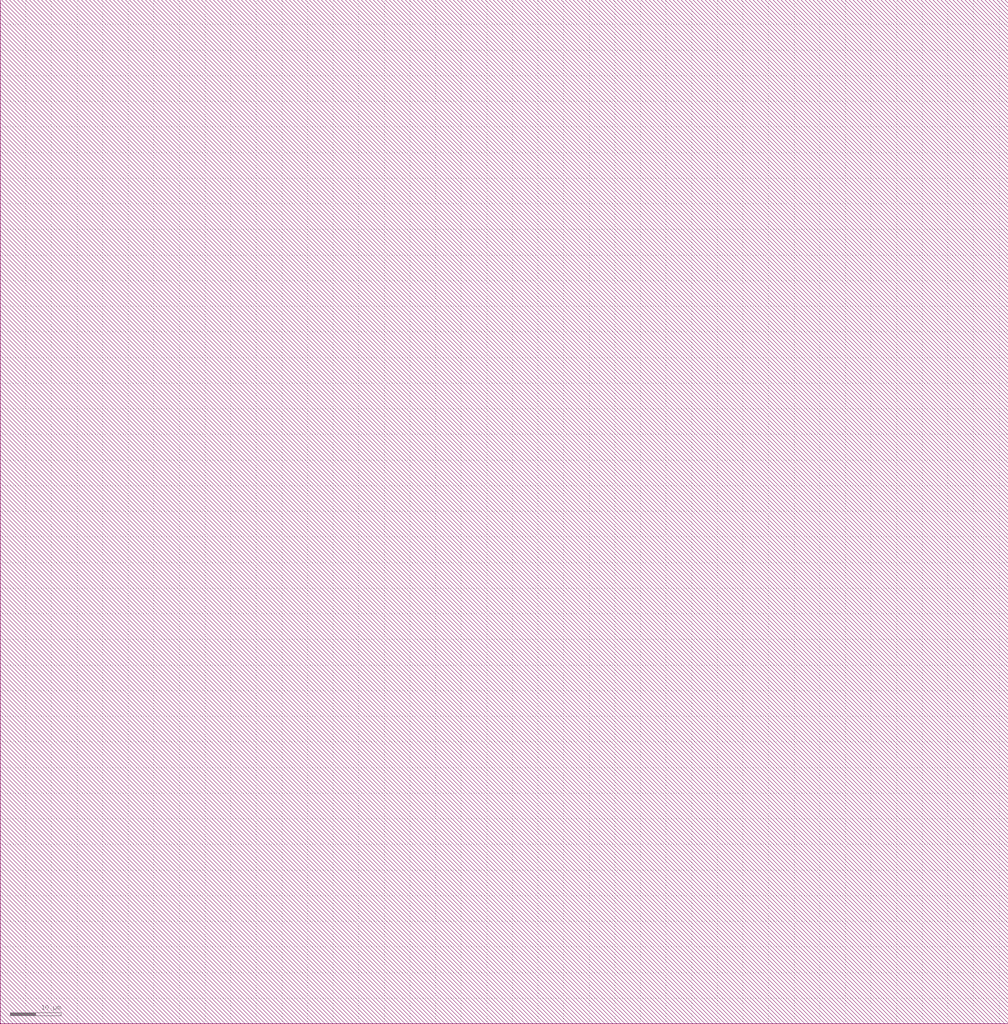
<source format=lef>
VERSION 5.6 ;

BUSBITCHARS "[]" ;

DIVIDERCHAR "/" ;

UNITS
    DATABASE MICRONS 1000 ;
END UNITS

MANUFACTURINGGRID 0.005000 ; 

CLEARANCEMEASURE EUCLIDEAN ; 

USEMINSPACING OBS ON ; 

SITE CoreSite
    CLASS CORE ;
    SIZE 0.600000 BY 0.300000 ;
END CoreSite

LAYER li
   TYPE ROUTING ;
   DIRECTION VERTICAL ;
   MINWIDTH 0.300000 ;
   AREA 0.056250 ;
   WIDTH 0.300000 ;
   SPACINGTABLE
      PARALLELRUNLENGTH 0.0
      WIDTH 0.0 0.225000 ;
   PITCH 0.600000 0.600000 ;
END li

LAYER mcon
    TYPE CUT ;
    SPACING 0.225000 ;
    WIDTH 0.300000 ;
    ENCLOSURE ABOVE 0.075000 0.075000 ;
    ENCLOSURE BELOW 0.000000 0.000000 ;
END mcon

LAYER met1
   TYPE ROUTING ;
   DIRECTION HORIZONTAL ;
   MINWIDTH 0.150000 ;
   AREA 0.084375 ;
   WIDTH 0.150000 ;
   SPACINGTABLE
      PARALLELRUNLENGTH 0.0
      WIDTH 0.0 0.150000 ;
   PITCH 0.300000 0.300000 ;
END met1

LAYER v1
    TYPE CUT ;
    SPACING 0.075000 ;
    WIDTH 0.300000 ;
    ENCLOSURE ABOVE 0.075000 0.075000 ;
    ENCLOSURE BELOW 0.075000 0.075000 ;
END v1

LAYER met2
   TYPE ROUTING ;
   DIRECTION VERTICAL ;
   MINWIDTH 0.150000 ;
   AREA 0.073125 ;
   WIDTH 0.150000 ;
   SPACINGTABLE
      PARALLELRUNLENGTH 0.0
      WIDTH 0.0 0.150000 ;
   PITCH 0.300000 0.300000 ;
END met2

LAYER v2
    TYPE CUT ;
    SPACING 0.150000 ;
    WIDTH 0.300000 ;
    ENCLOSURE ABOVE 0.075000 0.075000 ;
    ENCLOSURE BELOW 0.075000 0.000000 ;
END v2

LAYER met3
   TYPE ROUTING ;
   DIRECTION HORIZONTAL ;
   MINWIDTH 0.300000 ;
   AREA 0.241875 ;
   WIDTH 0.300000 ;
   SPACINGTABLE
      PARALLELRUNLENGTH 0.0
      WIDTH 0.0 0.300000 ;
   PITCH 0.600000 0.600000 ;
END met3

LAYER v3
    TYPE CUT ;
    SPACING 0.150000 ;
    WIDTH 0.450000 ;
    ENCLOSURE ABOVE 0.075000 0.075000 ;
    ENCLOSURE BELOW 0.075000 0.000000 ;
END v3

LAYER met4
   TYPE ROUTING ;
   DIRECTION VERTICAL ;
   MINWIDTH 0.300000 ;
   AREA 0.241875 ;
   WIDTH 0.300000 ;
   SPACINGTABLE
      PARALLELRUNLENGTH 0.0
      WIDTH 0.0 0.300000 ;
   PITCH 0.600000 0.600000 ;
END met4

LAYER v4
    TYPE CUT ;
    SPACING 0.450000 ;
    WIDTH 1.200000 ;
    ENCLOSURE ABOVE 0.150000 0.150000 ;
    ENCLOSURE BELOW 0.000000 0.000000 ;
END v4

LAYER met5
   TYPE ROUTING ;
   DIRECTION HORIZONTAL ;
   MINWIDTH 1.650000 ;
   AREA 4.005000 ;
   WIDTH 1.650000 ;
   SPACINGTABLE
      PARALLELRUNLENGTH 0.0
      WIDTH 0.0 1.650000 ;
   PITCH 3.300000 3.300000 ;
END met5

LAYER OVERLAP
   TYPE OVERLAP ;
END OVERLAP

VIA mcon_C DEFAULT
   LAYER li ;
     RECT -0.150000 -0.150000 0.150000 0.150000 ;
   LAYER mcon ;
     RECT -0.150000 -0.150000 0.150000 0.150000 ;
   LAYER met1 ;
     RECT -0.225000 -0.225000 0.225000 0.225000 ;
END mcon_C

VIA v1_C DEFAULT
   LAYER met1 ;
     RECT -0.225000 -0.225000 0.225000 0.225000 ;
   LAYER v1 ;
     RECT -0.150000 -0.150000 0.150000 0.150000 ;
   LAYER met2 ;
     RECT -0.225000 -0.225000 0.225000 0.225000 ;
END v1_C

VIA v2_C DEFAULT
   LAYER met2 ;
     RECT -0.150000 -0.225000 0.150000 0.225000 ;
   LAYER v2 ;
     RECT -0.150000 -0.150000 0.150000 0.150000 ;
   LAYER met3 ;
     RECT -0.225000 -0.225000 0.225000 0.225000 ;
END v2_C

VIA v2_Ch
   LAYER met2 ;
     RECT -0.225000 -0.150000 0.225000 0.150000 ;
   LAYER v2 ;
     RECT -0.150000 -0.150000 0.150000 0.150000 ;
   LAYER met3 ;
     RECT -0.225000 -0.225000 0.225000 0.225000 ;
END v2_Ch

VIA v2_Cv
   LAYER met2 ;
     RECT -0.150000 -0.225000 0.150000 0.225000 ;
   LAYER v2 ;
     RECT -0.150000 -0.150000 0.150000 0.150000 ;
   LAYER met3 ;
     RECT -0.225000 -0.225000 0.225000 0.225000 ;
END v2_Cv

VIA v3_C DEFAULT
   LAYER met3 ;
     RECT -0.300000 -0.225000 0.300000 0.225000 ;
   LAYER v3 ;
     RECT -0.225000 -0.225000 0.225000 0.225000 ;
   LAYER met4 ;
     RECT -0.300000 -0.300000 0.300000 0.300000 ;
END v3_C

VIA v3_Ch
   LAYER met3 ;
     RECT -0.300000 -0.225000 0.300000 0.225000 ;
   LAYER v3 ;
     RECT -0.225000 -0.225000 0.225000 0.225000 ;
   LAYER met4 ;
     RECT -0.300000 -0.300000 0.300000 0.300000 ;
END v3_Ch

VIA v3_Cv
   LAYER met3 ;
     RECT -0.300000 -0.225000 0.300000 0.225000 ;
   LAYER v3 ;
     RECT -0.225000 -0.225000 0.225000 0.225000 ;
   LAYER met4 ;
     RECT -0.300000 -0.300000 0.300000 0.300000 ;
END v3_Cv

VIA v4_C DEFAULT
   LAYER met4 ;
     RECT -0.600000 -0.600000 0.600000 0.600000 ;
   LAYER v4 ;
     RECT -0.600000 -0.600000 0.600000 0.600000 ;
   LAYER met5 ;
     RECT -0.750000 -0.750000 0.750000 0.750000 ;
END v4_C

MACRO _0_0std_0_0cells_0_0NAND2X2
    CLASS CORE ;
    FOREIGN _0_0std_0_0cells_0_0NAND2X2 0.000000 0.000000 ;
    ORIGIN 0.000000 0.000000 ;
    SIZE 3.600000 BY 5.100000 ;
    SYMMETRY X Y ;
    SITE CoreSite ;
    PIN A
        DIRECTION INPUT ;
        USE SIGNAL ;
        PORT
        LAYER li ;
        RECT 0.450000 4.050000 0.975000 4.575000 ;
        RECT 0.450000 3.975000 0.900000 4.050000 ;
        RECT 0.450000 3.750000 0.675000 3.975000 ;
        RECT 0.450000 3.600000 0.900000 3.750000 ;
        RECT 0.675000 3.750000 0.900000 3.975000 ;
        END
        ANTENNAGATEAREA 0.393750 ;
    END A
    PIN B
        DIRECTION INPUT ;
        USE SIGNAL ;
        PORT
        LAYER li ;
        RECT 2.325000 4.500000 2.925000 4.575000 ;
        RECT 2.475000 4.575000 2.775000 4.875000 ;
        RECT 2.325000 4.275000 2.475000 4.500000 ;
        RECT 2.325000 3.750000 2.925000 4.275000 ;
        RECT 2.475000 4.275000 2.700000 4.500000 ;
        RECT 2.700000 4.275000 2.925000 4.500000 ;
        END
        ANTENNAGATEAREA 0.393750 ;
    END B
    PIN Y
        DIRECTION OUTPUT ;
        USE SIGNAL ;
        PORT
        LAYER li ;
        RECT 0.450000 0.150000 0.900000 0.600000 ;
        RECT 0.600000 2.400000 0.675000 2.625000 ;
        RECT 0.675000 2.400000 0.900000 2.625000 ;
        RECT 0.675000 1.125000 0.900000 2.400000 ;
        RECT 0.675000 0.900000 0.900000 1.125000 ;
        RECT 0.675000 0.600000 0.900000 0.900000 ;
        RECT 0.900000 2.400000 1.725000 2.625000 ;
        RECT 1.725000 2.400000 1.950000 2.625000 ;
        RECT 1.950000 2.400000 2.025000 2.625000 ;
        END
        ANTENNADIFFAREA 1.406250 ;
    END Y
    PIN Vdd
        DIRECTION INPUT ;
        USE POWER ;
        PORT
        LAYER met1 ;
        RECT 1.500000 4.500000 2.025000 4.575000 ;
        RECT 1.500000 4.275000 1.650000 4.500000 ;
        RECT 1.500000 4.200000 2.025000 4.275000 ;
        RECT 1.650000 4.275000 1.875000 4.500000 ;
        RECT 1.875000 4.275000 2.025000 4.500000 ;
        END
    END Vdd
    PIN GND
        DIRECTION INPUT ;
        USE GROUND ;
        PORT
        LAYER met1 ;
        RECT 2.250000 0.600000 2.700000 1.200000 ;
        RECT 2.250000 0.375000 2.400000 0.600000 ;
        RECT 2.250000 0.150000 2.700000 0.375000 ;
        RECT 2.400000 0.375000 2.625000 0.600000 ;
        RECT 2.625000 0.375000 2.700000 0.600000 ;
        END
    END GND
    OBS
        LAYER li ;
        RECT 1.650000 0.375000 1.725000 0.600000 ;
        RECT 1.725000 0.375000 1.950000 0.600000 ;
        RECT 1.500000 4.500000 2.025000 4.575000 ;
        RECT 1.500000 4.275000 1.650000 4.500000 ;
        RECT 1.500000 4.200000 2.025000 4.275000 ;
        RECT 1.125000 2.925000 1.200000 3.150000 ;
        RECT 1.950000 0.375000 2.400000 0.600000 ;
        RECT 2.250000 0.150000 2.700000 0.375000 ;
        RECT 1.650000 4.275000 1.875000 4.500000 ;
        RECT 1.200000 3.975000 1.950000 4.200000 ;
        RECT 1.200000 3.150000 1.425000 3.975000 ;
        RECT 1.200000 2.925000 1.425000 3.150000 ;
        RECT 2.400000 0.375000 2.625000 0.600000 ;
        RECT 1.875000 4.275000 2.025000 4.500000 ;
        RECT 1.425000 2.925000 1.500000 3.150000 ;
        RECT 2.625000 0.375000 2.700000 0.600000 ;
    END
END _0_0std_0_0cells_0_0NAND2X2

MACRO welltap_svt
    CLASS CORE WELLTAP ;
    FOREIGN welltap_svt 0.000000 0.000000 ;
    ORIGIN 0.000000 0.000000 ;
    SIZE 1.200000 BY 2.100000 ;
    SYMMETRY X Y ;
    SITE CoreSite ;
    PIN Vdd
        DIRECTION INPUT ;
        USE POWER ;
        PORT
        LAYER li ;
        RECT 0.600000 1.500000 0.900000 1.800000 ;
        END
    END Vdd
    PIN GND
        DIRECTION INPUT ;
        USE GROUND ;
        PORT
        LAYER li ;
        RECT 0.600000 0.300000 0.900000 0.600000 ;
        END
    END GND
END welltap_svt

MACRO circuitppnp
   CLASS CORE ;
   FOREIGN circuitppnp 0.000000 0.000000 ;
   ORIGIN 0.000000 0.000000 ; 
   SIZE 196.800000 BY 199.800000 ; 
   SYMMETRY X Y ;
   SITE CoreSite ;
END circuitppnp

MACRO circuitwell
   CLASS CORE ;
   FOREIGN circuitwell 0.000000 0.000000 ;
   ORIGIN 0.000000 0.000000 ; 
   SIZE 196.800000 BY 199.800000 ; 
   SYMMETRY X Y ;
   SITE CoreSite ;
END circuitwell


</source>
